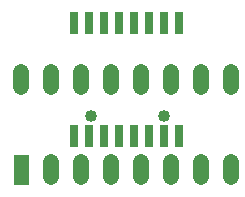
<source format=gts>
%FSLAX24Y24*%
%MOIN*%
%ADD10C,0.0400*%
%ADD11C,0.0520*%
D10*
G01X3182Y2734D03*
X5625Y2724D03*
D11*
G01X875Y3697D02*
X875Y4177D01*
X2875Y697D02*
X2875Y1177D01*
X1875Y697D02*
X1875Y1177D01*
X1875Y3697D02*
X1875Y4177D01*
X7875Y3697D02*
X7875Y4177D01*
X6875Y3697D02*
X6875Y4177D01*
X4875Y697D02*
X4875Y1177D01*
X6875Y697D02*
X6875Y1177D01*
X3875Y697D02*
X3875Y1177D01*
X7875Y697D02*
X7875Y1177D01*
X5875Y697D02*
X5875Y1177D01*
X3875Y3697D02*
X3875Y4177D01*
X2875Y3697D02*
X2875Y4177D01*
X5875Y3697D02*
X5875Y4177D01*
X4875Y3697D02*
X4875Y4177D01*
G36*
X1135Y1437D02*G01*
X615Y1437D01*X615Y437D01*X1135Y437D01*G37*
G36*
X6253Y2412D02*G01*
X5997Y2412D01*X5997Y1703D01*X6253Y1703D01*G37*
G36*
X2753Y2411D02*G01*
X2497Y2411D01*X2497Y1703D01*X2753Y1703D01*G37*
G36*
X5252Y6171D02*G01*
X4996Y6171D01*X4996Y5463D01*X5252Y5463D01*G37*
G36*
X4753Y2411D02*G01*
X4497Y2411D01*X4497Y1703D01*X4753Y1703D01*G37*
G36*
X5253Y2412D02*G01*
X4997Y2412D01*X4997Y1703D01*X5253Y1703D01*G37*
G36*
X4253Y2411D02*G01*
X3997Y2411D01*X3997Y1703D01*X4253Y1703D01*G37*
G36*
X4752Y6171D02*G01*
X4496Y6171D01*X4496Y5463D01*X4752Y5463D01*G37*
G36*
X4252Y6171D02*G01*
X3996Y6171D01*X3996Y5463D01*X4252Y5463D01*G37*
G36*
X5752Y6171D02*G01*
X5496Y6171D01*X5496Y5463D01*X5752Y5463D01*G37*
G36*
X2752Y6171D02*G01*
X2496Y6171D01*X2496Y5462D01*X2752Y5462D01*G37*
G36*
X3753Y2411D02*G01*
X3497Y2411D01*X3497Y1703D01*X3753Y1703D01*G37*
G36*
X3252Y6171D02*G01*
X2996Y6171D01*X2996Y5463D01*X3252Y5463D01*G37*
G36*
X3752Y6171D02*G01*
X3496Y6171D01*X3496Y5463D01*X3752Y5463D01*G37*
G36*
X6252Y6171D02*G01*
X5996Y6171D01*X5996Y5463D01*X6252Y5463D01*G37*
G36*
X5753Y2412D02*G01*
X5497Y2412D01*X5497Y1703D01*X5753Y1703D01*G37*
G36*
X3253Y2411D02*G01*
X2997Y2411D01*X2997Y1703D01*X3253Y1703D01*G37*
M02*

</source>
